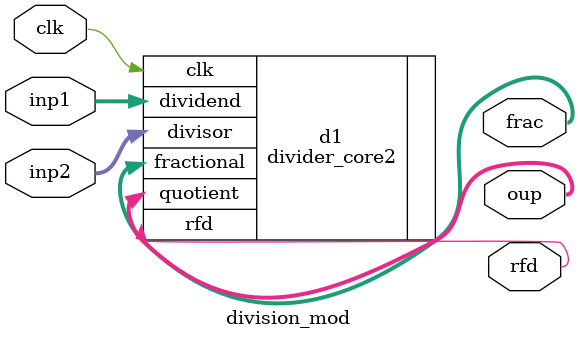
<source format=v>
`timescale 1ns / 1ps
module division_mod(
    input [15:0]inp1,
    input [15:0]inp2,
	 input clk,
    output [15:0]oup,
	 output [15:0]frac,
	 output rfd
    );

	divider_core2 d1 (
	.clk(clk), // input clk
	.rfd(rfd), // output rfd
	.dividend(inp1), // input [15 : 0] dividend
	.divisor(inp2), // input [15 : 0] divisor
	.quotient(oup), // output [15 : 0] quotient
	.fractional(frac)// output [15 : 0] fractional
	); 
	

endmodule

</source>
